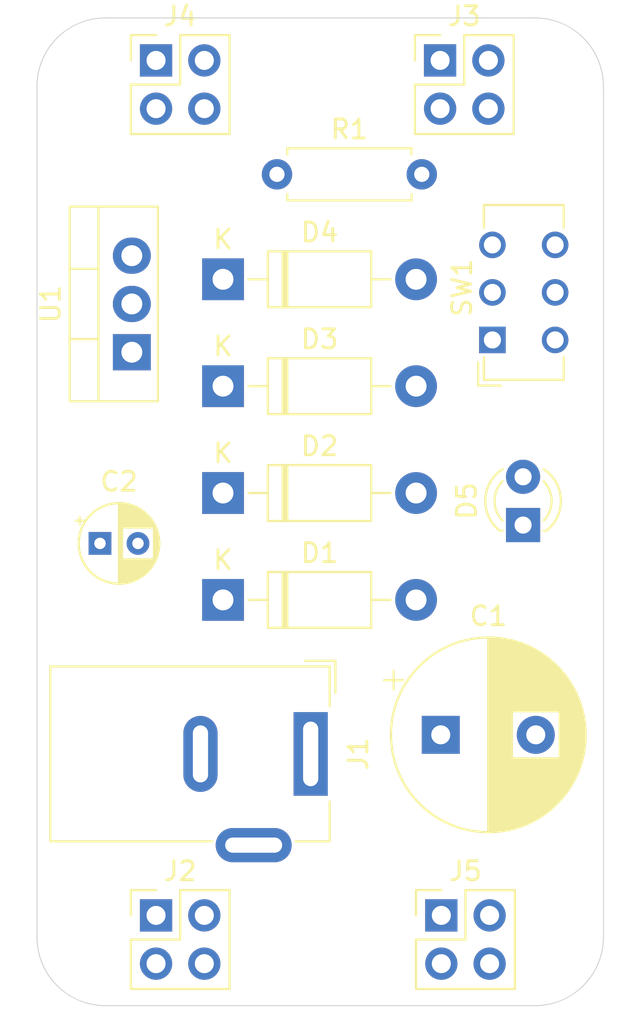
<source format=kicad_pcb>
(kicad_pcb (version 20171130) (host pcbnew "(5.1.4)-1")

  (general
    (thickness 1.6)
    (drawings 11)
    (tracks 0)
    (zones 0)
    (modules 15)
    (nets 10)
  )

  (page A4)
  (title_block
    (title "Breadboard 5V power supply ")
    (date 2021-12-01)
    (rev 2)
    (company TSL)
    (comment 1 "Tim Leishman")
  )

  (layers
    (0 F.Cu signal)
    (31 B.Cu signal)
    (32 B.Adhes user)
    (33 F.Adhes user)
    (34 B.Paste user)
    (35 F.Paste user)
    (36 B.SilkS user)
    (37 F.SilkS user)
    (38 B.Mask user)
    (39 F.Mask user)
    (40 Dwgs.User user)
    (41 Cmts.User user)
    (42 Eco1.User user)
    (43 Eco2.User user)
    (44 Edge.Cuts user)
    (45 Margin user)
    (46 B.CrtYd user)
    (47 F.CrtYd user)
    (48 B.Fab user)
    (49 F.Fab user)
  )

  (setup
    (last_trace_width 0.25)
    (user_trace_width 0.3)
    (trace_clearance 0.2)
    (zone_clearance 0.508)
    (zone_45_only no)
    (trace_min 0.2)
    (via_size 0.8)
    (via_drill 0.4)
    (via_min_size 0.4)
    (via_min_drill 0.3)
    (user_via 1 0.5)
    (uvia_size 0.3)
    (uvia_drill 0.1)
    (uvias_allowed no)
    (uvia_min_size 0.2)
    (uvia_min_drill 0.1)
    (edge_width 0.05)
    (segment_width 0.2)
    (pcb_text_width 0.3)
    (pcb_text_size 1.5 1.5)
    (mod_edge_width 0.12)
    (mod_text_size 1 1)
    (mod_text_width 0.15)
    (pad_size 1.524 1.524)
    (pad_drill 0.762)
    (pad_to_mask_clearance 0.051)
    (solder_mask_min_width 0.25)
    (aux_axis_origin 0 0)
    (visible_elements FFFFFF7F)
    (pcbplotparams
      (layerselection 0x010fc_ffffffff)
      (usegerberextensions false)
      (usegerberattributes false)
      (usegerberadvancedattributes false)
      (creategerberjobfile false)
      (excludeedgelayer true)
      (linewidth 0.100000)
      (plotframeref false)
      (viasonmask false)
      (mode 1)
      (useauxorigin false)
      (hpglpennumber 1)
      (hpglpenspeed 20)
      (hpglpendiameter 15.000000)
      (psnegative false)
      (psa4output false)
      (plotreference true)
      (plotvalue true)
      (plotinvisibletext false)
      (padsonsilk false)
      (subtractmaskfromsilk false)
      (outputformat 1)
      (mirror false)
      (drillshape 1)
      (scaleselection 1)
      (outputdirectory ""))
  )

  (net 0 "")
  (net 1 /Vin)
  (net 2 /Gnd)
  (net 3 /5V)
  (net 4 "Net-(D1-Pad2)")
  (net 5 "Net-(D3-Pad2)")
  (net 6 "Net-(D5-Pad1)")
  (net 7 /5V-out)
  (net 8 "Net-(J1-Pad3)")
  (net 9 "Net-(SW1-Pad1)")

  (net_class Default "This is the default net class."
    (clearance 0.2)
    (trace_width 0.25)
    (via_dia 0.8)
    (via_drill 0.4)
    (uvia_dia 0.3)
    (uvia_drill 0.1)
    (add_net /5V)
    (add_net /5V-out)
    (add_net /Gnd)
    (add_net /Vin)
    (add_net "Net-(D1-Pad2)")
    (add_net "Net-(D3-Pad2)")
    (add_net "Net-(D5-Pad1)")
    (add_net "Net-(J1-Pad3)")
    (add_net "Net-(SW1-Pad1)")
  )

  (net_class Power ""
    (clearance 0.3)
    (trace_width 0.3)
    (via_dia 1)
    (via_drill 0.5)
    (uvia_dia 0.3)
    (uvia_drill 0.1)
  )

  (module Capacitor_THT:CP_Radial_D10.0mm_P5.00mm (layer F.Cu) (tedit 5AE50EF1) (tstamp 61A82A8E)
    (at 162.3695 109.7915)
    (descr "CP, Radial series, Radial, pin pitch=5.00mm, , diameter=10mm, Electrolytic Capacitor")
    (tags "CP Radial series Radial pin pitch 5.00mm  diameter 10mm Electrolytic Capacitor")
    (path /61B3AA97)
    (fp_text reference C1 (at 2.5 -6.25) (layer F.SilkS)
      (effects (font (size 1 1) (thickness 0.15)))
    )
    (fp_text value 470µF (at 2.5 6.25) (layer F.Fab)
      (effects (font (size 1 1) (thickness 0.15)))
    )
    (fp_circle (center 2.5 0) (end 7.5 0) (layer F.Fab) (width 0.1))
    (fp_circle (center 2.5 0) (end 7.62 0) (layer F.SilkS) (width 0.12))
    (fp_circle (center 2.5 0) (end 7.75 0) (layer F.CrtYd) (width 0.05))
    (fp_line (start -1.788861 -2.1875) (end -0.788861 -2.1875) (layer F.Fab) (width 0.1))
    (fp_line (start -1.288861 -2.6875) (end -1.288861 -1.6875) (layer F.Fab) (width 0.1))
    (fp_line (start 2.5 -5.08) (end 2.5 5.08) (layer F.SilkS) (width 0.12))
    (fp_line (start 2.54 -5.08) (end 2.54 5.08) (layer F.SilkS) (width 0.12))
    (fp_line (start 2.58 -5.08) (end 2.58 5.08) (layer F.SilkS) (width 0.12))
    (fp_line (start 2.62 -5.079) (end 2.62 5.079) (layer F.SilkS) (width 0.12))
    (fp_line (start 2.66 -5.078) (end 2.66 5.078) (layer F.SilkS) (width 0.12))
    (fp_line (start 2.7 -5.077) (end 2.7 5.077) (layer F.SilkS) (width 0.12))
    (fp_line (start 2.74 -5.075) (end 2.74 5.075) (layer F.SilkS) (width 0.12))
    (fp_line (start 2.78 -5.073) (end 2.78 5.073) (layer F.SilkS) (width 0.12))
    (fp_line (start 2.82 -5.07) (end 2.82 5.07) (layer F.SilkS) (width 0.12))
    (fp_line (start 2.86 -5.068) (end 2.86 5.068) (layer F.SilkS) (width 0.12))
    (fp_line (start 2.9 -5.065) (end 2.9 5.065) (layer F.SilkS) (width 0.12))
    (fp_line (start 2.94 -5.062) (end 2.94 5.062) (layer F.SilkS) (width 0.12))
    (fp_line (start 2.98 -5.058) (end 2.98 5.058) (layer F.SilkS) (width 0.12))
    (fp_line (start 3.02 -5.054) (end 3.02 5.054) (layer F.SilkS) (width 0.12))
    (fp_line (start 3.06 -5.05) (end 3.06 5.05) (layer F.SilkS) (width 0.12))
    (fp_line (start 3.1 -5.045) (end 3.1 5.045) (layer F.SilkS) (width 0.12))
    (fp_line (start 3.14 -5.04) (end 3.14 5.04) (layer F.SilkS) (width 0.12))
    (fp_line (start 3.18 -5.035) (end 3.18 5.035) (layer F.SilkS) (width 0.12))
    (fp_line (start 3.221 -5.03) (end 3.221 5.03) (layer F.SilkS) (width 0.12))
    (fp_line (start 3.261 -5.024) (end 3.261 5.024) (layer F.SilkS) (width 0.12))
    (fp_line (start 3.301 -5.018) (end 3.301 5.018) (layer F.SilkS) (width 0.12))
    (fp_line (start 3.341 -5.011) (end 3.341 5.011) (layer F.SilkS) (width 0.12))
    (fp_line (start 3.381 -5.004) (end 3.381 5.004) (layer F.SilkS) (width 0.12))
    (fp_line (start 3.421 -4.997) (end 3.421 4.997) (layer F.SilkS) (width 0.12))
    (fp_line (start 3.461 -4.99) (end 3.461 4.99) (layer F.SilkS) (width 0.12))
    (fp_line (start 3.501 -4.982) (end 3.501 4.982) (layer F.SilkS) (width 0.12))
    (fp_line (start 3.541 -4.974) (end 3.541 4.974) (layer F.SilkS) (width 0.12))
    (fp_line (start 3.581 -4.965) (end 3.581 4.965) (layer F.SilkS) (width 0.12))
    (fp_line (start 3.621 -4.956) (end 3.621 4.956) (layer F.SilkS) (width 0.12))
    (fp_line (start 3.661 -4.947) (end 3.661 4.947) (layer F.SilkS) (width 0.12))
    (fp_line (start 3.701 -4.938) (end 3.701 4.938) (layer F.SilkS) (width 0.12))
    (fp_line (start 3.741 -4.928) (end 3.741 4.928) (layer F.SilkS) (width 0.12))
    (fp_line (start 3.781 -4.918) (end 3.781 -1.241) (layer F.SilkS) (width 0.12))
    (fp_line (start 3.781 1.241) (end 3.781 4.918) (layer F.SilkS) (width 0.12))
    (fp_line (start 3.821 -4.907) (end 3.821 -1.241) (layer F.SilkS) (width 0.12))
    (fp_line (start 3.821 1.241) (end 3.821 4.907) (layer F.SilkS) (width 0.12))
    (fp_line (start 3.861 -4.897) (end 3.861 -1.241) (layer F.SilkS) (width 0.12))
    (fp_line (start 3.861 1.241) (end 3.861 4.897) (layer F.SilkS) (width 0.12))
    (fp_line (start 3.901 -4.885) (end 3.901 -1.241) (layer F.SilkS) (width 0.12))
    (fp_line (start 3.901 1.241) (end 3.901 4.885) (layer F.SilkS) (width 0.12))
    (fp_line (start 3.941 -4.874) (end 3.941 -1.241) (layer F.SilkS) (width 0.12))
    (fp_line (start 3.941 1.241) (end 3.941 4.874) (layer F.SilkS) (width 0.12))
    (fp_line (start 3.981 -4.862) (end 3.981 -1.241) (layer F.SilkS) (width 0.12))
    (fp_line (start 3.981 1.241) (end 3.981 4.862) (layer F.SilkS) (width 0.12))
    (fp_line (start 4.021 -4.85) (end 4.021 -1.241) (layer F.SilkS) (width 0.12))
    (fp_line (start 4.021 1.241) (end 4.021 4.85) (layer F.SilkS) (width 0.12))
    (fp_line (start 4.061 -4.837) (end 4.061 -1.241) (layer F.SilkS) (width 0.12))
    (fp_line (start 4.061 1.241) (end 4.061 4.837) (layer F.SilkS) (width 0.12))
    (fp_line (start 4.101 -4.824) (end 4.101 -1.241) (layer F.SilkS) (width 0.12))
    (fp_line (start 4.101 1.241) (end 4.101 4.824) (layer F.SilkS) (width 0.12))
    (fp_line (start 4.141 -4.811) (end 4.141 -1.241) (layer F.SilkS) (width 0.12))
    (fp_line (start 4.141 1.241) (end 4.141 4.811) (layer F.SilkS) (width 0.12))
    (fp_line (start 4.181 -4.797) (end 4.181 -1.241) (layer F.SilkS) (width 0.12))
    (fp_line (start 4.181 1.241) (end 4.181 4.797) (layer F.SilkS) (width 0.12))
    (fp_line (start 4.221 -4.783) (end 4.221 -1.241) (layer F.SilkS) (width 0.12))
    (fp_line (start 4.221 1.241) (end 4.221 4.783) (layer F.SilkS) (width 0.12))
    (fp_line (start 4.261 -4.768) (end 4.261 -1.241) (layer F.SilkS) (width 0.12))
    (fp_line (start 4.261 1.241) (end 4.261 4.768) (layer F.SilkS) (width 0.12))
    (fp_line (start 4.301 -4.754) (end 4.301 -1.241) (layer F.SilkS) (width 0.12))
    (fp_line (start 4.301 1.241) (end 4.301 4.754) (layer F.SilkS) (width 0.12))
    (fp_line (start 4.341 -4.738) (end 4.341 -1.241) (layer F.SilkS) (width 0.12))
    (fp_line (start 4.341 1.241) (end 4.341 4.738) (layer F.SilkS) (width 0.12))
    (fp_line (start 4.381 -4.723) (end 4.381 -1.241) (layer F.SilkS) (width 0.12))
    (fp_line (start 4.381 1.241) (end 4.381 4.723) (layer F.SilkS) (width 0.12))
    (fp_line (start 4.421 -4.707) (end 4.421 -1.241) (layer F.SilkS) (width 0.12))
    (fp_line (start 4.421 1.241) (end 4.421 4.707) (layer F.SilkS) (width 0.12))
    (fp_line (start 4.461 -4.69) (end 4.461 -1.241) (layer F.SilkS) (width 0.12))
    (fp_line (start 4.461 1.241) (end 4.461 4.69) (layer F.SilkS) (width 0.12))
    (fp_line (start 4.501 -4.674) (end 4.501 -1.241) (layer F.SilkS) (width 0.12))
    (fp_line (start 4.501 1.241) (end 4.501 4.674) (layer F.SilkS) (width 0.12))
    (fp_line (start 4.541 -4.657) (end 4.541 -1.241) (layer F.SilkS) (width 0.12))
    (fp_line (start 4.541 1.241) (end 4.541 4.657) (layer F.SilkS) (width 0.12))
    (fp_line (start 4.581 -4.639) (end 4.581 -1.241) (layer F.SilkS) (width 0.12))
    (fp_line (start 4.581 1.241) (end 4.581 4.639) (layer F.SilkS) (width 0.12))
    (fp_line (start 4.621 -4.621) (end 4.621 -1.241) (layer F.SilkS) (width 0.12))
    (fp_line (start 4.621 1.241) (end 4.621 4.621) (layer F.SilkS) (width 0.12))
    (fp_line (start 4.661 -4.603) (end 4.661 -1.241) (layer F.SilkS) (width 0.12))
    (fp_line (start 4.661 1.241) (end 4.661 4.603) (layer F.SilkS) (width 0.12))
    (fp_line (start 4.701 -4.584) (end 4.701 -1.241) (layer F.SilkS) (width 0.12))
    (fp_line (start 4.701 1.241) (end 4.701 4.584) (layer F.SilkS) (width 0.12))
    (fp_line (start 4.741 -4.564) (end 4.741 -1.241) (layer F.SilkS) (width 0.12))
    (fp_line (start 4.741 1.241) (end 4.741 4.564) (layer F.SilkS) (width 0.12))
    (fp_line (start 4.781 -4.545) (end 4.781 -1.241) (layer F.SilkS) (width 0.12))
    (fp_line (start 4.781 1.241) (end 4.781 4.545) (layer F.SilkS) (width 0.12))
    (fp_line (start 4.821 -4.525) (end 4.821 -1.241) (layer F.SilkS) (width 0.12))
    (fp_line (start 4.821 1.241) (end 4.821 4.525) (layer F.SilkS) (width 0.12))
    (fp_line (start 4.861 -4.504) (end 4.861 -1.241) (layer F.SilkS) (width 0.12))
    (fp_line (start 4.861 1.241) (end 4.861 4.504) (layer F.SilkS) (width 0.12))
    (fp_line (start 4.901 -4.483) (end 4.901 -1.241) (layer F.SilkS) (width 0.12))
    (fp_line (start 4.901 1.241) (end 4.901 4.483) (layer F.SilkS) (width 0.12))
    (fp_line (start 4.941 -4.462) (end 4.941 -1.241) (layer F.SilkS) (width 0.12))
    (fp_line (start 4.941 1.241) (end 4.941 4.462) (layer F.SilkS) (width 0.12))
    (fp_line (start 4.981 -4.44) (end 4.981 -1.241) (layer F.SilkS) (width 0.12))
    (fp_line (start 4.981 1.241) (end 4.981 4.44) (layer F.SilkS) (width 0.12))
    (fp_line (start 5.021 -4.417) (end 5.021 -1.241) (layer F.SilkS) (width 0.12))
    (fp_line (start 5.021 1.241) (end 5.021 4.417) (layer F.SilkS) (width 0.12))
    (fp_line (start 5.061 -4.395) (end 5.061 -1.241) (layer F.SilkS) (width 0.12))
    (fp_line (start 5.061 1.241) (end 5.061 4.395) (layer F.SilkS) (width 0.12))
    (fp_line (start 5.101 -4.371) (end 5.101 -1.241) (layer F.SilkS) (width 0.12))
    (fp_line (start 5.101 1.241) (end 5.101 4.371) (layer F.SilkS) (width 0.12))
    (fp_line (start 5.141 -4.347) (end 5.141 -1.241) (layer F.SilkS) (width 0.12))
    (fp_line (start 5.141 1.241) (end 5.141 4.347) (layer F.SilkS) (width 0.12))
    (fp_line (start 5.181 -4.323) (end 5.181 -1.241) (layer F.SilkS) (width 0.12))
    (fp_line (start 5.181 1.241) (end 5.181 4.323) (layer F.SilkS) (width 0.12))
    (fp_line (start 5.221 -4.298) (end 5.221 -1.241) (layer F.SilkS) (width 0.12))
    (fp_line (start 5.221 1.241) (end 5.221 4.298) (layer F.SilkS) (width 0.12))
    (fp_line (start 5.261 -4.273) (end 5.261 -1.241) (layer F.SilkS) (width 0.12))
    (fp_line (start 5.261 1.241) (end 5.261 4.273) (layer F.SilkS) (width 0.12))
    (fp_line (start 5.301 -4.247) (end 5.301 -1.241) (layer F.SilkS) (width 0.12))
    (fp_line (start 5.301 1.241) (end 5.301 4.247) (layer F.SilkS) (width 0.12))
    (fp_line (start 5.341 -4.221) (end 5.341 -1.241) (layer F.SilkS) (width 0.12))
    (fp_line (start 5.341 1.241) (end 5.341 4.221) (layer F.SilkS) (width 0.12))
    (fp_line (start 5.381 -4.194) (end 5.381 -1.241) (layer F.SilkS) (width 0.12))
    (fp_line (start 5.381 1.241) (end 5.381 4.194) (layer F.SilkS) (width 0.12))
    (fp_line (start 5.421 -4.166) (end 5.421 -1.241) (layer F.SilkS) (width 0.12))
    (fp_line (start 5.421 1.241) (end 5.421 4.166) (layer F.SilkS) (width 0.12))
    (fp_line (start 5.461 -4.138) (end 5.461 -1.241) (layer F.SilkS) (width 0.12))
    (fp_line (start 5.461 1.241) (end 5.461 4.138) (layer F.SilkS) (width 0.12))
    (fp_line (start 5.501 -4.11) (end 5.501 -1.241) (layer F.SilkS) (width 0.12))
    (fp_line (start 5.501 1.241) (end 5.501 4.11) (layer F.SilkS) (width 0.12))
    (fp_line (start 5.541 -4.08) (end 5.541 -1.241) (layer F.SilkS) (width 0.12))
    (fp_line (start 5.541 1.241) (end 5.541 4.08) (layer F.SilkS) (width 0.12))
    (fp_line (start 5.581 -4.05) (end 5.581 -1.241) (layer F.SilkS) (width 0.12))
    (fp_line (start 5.581 1.241) (end 5.581 4.05) (layer F.SilkS) (width 0.12))
    (fp_line (start 5.621 -4.02) (end 5.621 -1.241) (layer F.SilkS) (width 0.12))
    (fp_line (start 5.621 1.241) (end 5.621 4.02) (layer F.SilkS) (width 0.12))
    (fp_line (start 5.661 -3.989) (end 5.661 -1.241) (layer F.SilkS) (width 0.12))
    (fp_line (start 5.661 1.241) (end 5.661 3.989) (layer F.SilkS) (width 0.12))
    (fp_line (start 5.701 -3.957) (end 5.701 -1.241) (layer F.SilkS) (width 0.12))
    (fp_line (start 5.701 1.241) (end 5.701 3.957) (layer F.SilkS) (width 0.12))
    (fp_line (start 5.741 -3.925) (end 5.741 -1.241) (layer F.SilkS) (width 0.12))
    (fp_line (start 5.741 1.241) (end 5.741 3.925) (layer F.SilkS) (width 0.12))
    (fp_line (start 5.781 -3.892) (end 5.781 -1.241) (layer F.SilkS) (width 0.12))
    (fp_line (start 5.781 1.241) (end 5.781 3.892) (layer F.SilkS) (width 0.12))
    (fp_line (start 5.821 -3.858) (end 5.821 -1.241) (layer F.SilkS) (width 0.12))
    (fp_line (start 5.821 1.241) (end 5.821 3.858) (layer F.SilkS) (width 0.12))
    (fp_line (start 5.861 -3.824) (end 5.861 -1.241) (layer F.SilkS) (width 0.12))
    (fp_line (start 5.861 1.241) (end 5.861 3.824) (layer F.SilkS) (width 0.12))
    (fp_line (start 5.901 -3.789) (end 5.901 -1.241) (layer F.SilkS) (width 0.12))
    (fp_line (start 5.901 1.241) (end 5.901 3.789) (layer F.SilkS) (width 0.12))
    (fp_line (start 5.941 -3.753) (end 5.941 -1.241) (layer F.SilkS) (width 0.12))
    (fp_line (start 5.941 1.241) (end 5.941 3.753) (layer F.SilkS) (width 0.12))
    (fp_line (start 5.981 -3.716) (end 5.981 -1.241) (layer F.SilkS) (width 0.12))
    (fp_line (start 5.981 1.241) (end 5.981 3.716) (layer F.SilkS) (width 0.12))
    (fp_line (start 6.021 -3.679) (end 6.021 -1.241) (layer F.SilkS) (width 0.12))
    (fp_line (start 6.021 1.241) (end 6.021 3.679) (layer F.SilkS) (width 0.12))
    (fp_line (start 6.061 -3.64) (end 6.061 -1.241) (layer F.SilkS) (width 0.12))
    (fp_line (start 6.061 1.241) (end 6.061 3.64) (layer F.SilkS) (width 0.12))
    (fp_line (start 6.101 -3.601) (end 6.101 -1.241) (layer F.SilkS) (width 0.12))
    (fp_line (start 6.101 1.241) (end 6.101 3.601) (layer F.SilkS) (width 0.12))
    (fp_line (start 6.141 -3.561) (end 6.141 -1.241) (layer F.SilkS) (width 0.12))
    (fp_line (start 6.141 1.241) (end 6.141 3.561) (layer F.SilkS) (width 0.12))
    (fp_line (start 6.181 -3.52) (end 6.181 -1.241) (layer F.SilkS) (width 0.12))
    (fp_line (start 6.181 1.241) (end 6.181 3.52) (layer F.SilkS) (width 0.12))
    (fp_line (start 6.221 -3.478) (end 6.221 -1.241) (layer F.SilkS) (width 0.12))
    (fp_line (start 6.221 1.241) (end 6.221 3.478) (layer F.SilkS) (width 0.12))
    (fp_line (start 6.261 -3.436) (end 6.261 3.436) (layer F.SilkS) (width 0.12))
    (fp_line (start 6.301 -3.392) (end 6.301 3.392) (layer F.SilkS) (width 0.12))
    (fp_line (start 6.341 -3.347) (end 6.341 3.347) (layer F.SilkS) (width 0.12))
    (fp_line (start 6.381 -3.301) (end 6.381 3.301) (layer F.SilkS) (width 0.12))
    (fp_line (start 6.421 -3.254) (end 6.421 3.254) (layer F.SilkS) (width 0.12))
    (fp_line (start 6.461 -3.206) (end 6.461 3.206) (layer F.SilkS) (width 0.12))
    (fp_line (start 6.501 -3.156) (end 6.501 3.156) (layer F.SilkS) (width 0.12))
    (fp_line (start 6.541 -3.106) (end 6.541 3.106) (layer F.SilkS) (width 0.12))
    (fp_line (start 6.581 -3.054) (end 6.581 3.054) (layer F.SilkS) (width 0.12))
    (fp_line (start 6.621 -3) (end 6.621 3) (layer F.SilkS) (width 0.12))
    (fp_line (start 6.661 -2.945) (end 6.661 2.945) (layer F.SilkS) (width 0.12))
    (fp_line (start 6.701 -2.889) (end 6.701 2.889) (layer F.SilkS) (width 0.12))
    (fp_line (start 6.741 -2.83) (end 6.741 2.83) (layer F.SilkS) (width 0.12))
    (fp_line (start 6.781 -2.77) (end 6.781 2.77) (layer F.SilkS) (width 0.12))
    (fp_line (start 6.821 -2.709) (end 6.821 2.709) (layer F.SilkS) (width 0.12))
    (fp_line (start 6.861 -2.645) (end 6.861 2.645) (layer F.SilkS) (width 0.12))
    (fp_line (start 6.901 -2.579) (end 6.901 2.579) (layer F.SilkS) (width 0.12))
    (fp_line (start 6.941 -2.51) (end 6.941 2.51) (layer F.SilkS) (width 0.12))
    (fp_line (start 6.981 -2.439) (end 6.981 2.439) (layer F.SilkS) (width 0.12))
    (fp_line (start 7.021 -2.365) (end 7.021 2.365) (layer F.SilkS) (width 0.12))
    (fp_line (start 7.061 -2.289) (end 7.061 2.289) (layer F.SilkS) (width 0.12))
    (fp_line (start 7.101 -2.209) (end 7.101 2.209) (layer F.SilkS) (width 0.12))
    (fp_line (start 7.141 -2.125) (end 7.141 2.125) (layer F.SilkS) (width 0.12))
    (fp_line (start 7.181 -2.037) (end 7.181 2.037) (layer F.SilkS) (width 0.12))
    (fp_line (start 7.221 -1.944) (end 7.221 1.944) (layer F.SilkS) (width 0.12))
    (fp_line (start 7.261 -1.846) (end 7.261 1.846) (layer F.SilkS) (width 0.12))
    (fp_line (start 7.301 -1.742) (end 7.301 1.742) (layer F.SilkS) (width 0.12))
    (fp_line (start 7.341 -1.63) (end 7.341 1.63) (layer F.SilkS) (width 0.12))
    (fp_line (start 7.381 -1.51) (end 7.381 1.51) (layer F.SilkS) (width 0.12))
    (fp_line (start 7.421 -1.378) (end 7.421 1.378) (layer F.SilkS) (width 0.12))
    (fp_line (start 7.461 -1.23) (end 7.461 1.23) (layer F.SilkS) (width 0.12))
    (fp_line (start 7.501 -1.062) (end 7.501 1.062) (layer F.SilkS) (width 0.12))
    (fp_line (start 7.541 -0.862) (end 7.541 0.862) (layer F.SilkS) (width 0.12))
    (fp_line (start 7.581 -0.599) (end 7.581 0.599) (layer F.SilkS) (width 0.12))
    (fp_line (start -2.979646 -2.875) (end -1.979646 -2.875) (layer F.SilkS) (width 0.12))
    (fp_line (start -2.479646 -3.375) (end -2.479646 -2.375) (layer F.SilkS) (width 0.12))
    (fp_text user %R (at 2.5 0) (layer F.Fab)
      (effects (font (size 1 1) (thickness 0.15)))
    )
    (pad 1 thru_hole rect (at 0 0) (size 2 2) (drill 1) (layers *.Cu *.Mask)
      (net 1 /Vin))
    (pad 2 thru_hole circle (at 5 0) (size 2 2) (drill 1) (layers *.Cu *.Mask)
      (net 2 /Gnd))
    (model ${KISYS3DMOD}/Capacitor_THT.3dshapes/CP_Radial_D10.0mm_P5.00mm.wrl
      (at (xyz 0 0 0))
      (scale (xyz 1 1 1))
      (rotate (xyz 0 0 0))
    )
  )

  (module Capacitor_THT:CP_Radial_D4.0mm_P2.00mm (layer F.Cu) (tedit 5AE50EF0) (tstamp 61A82AFA)
    (at 144.4371 99.7204)
    (descr "CP, Radial series, Radial, pin pitch=2.00mm, , diameter=4mm, Electrolytic Capacitor")
    (tags "CP Radial series Radial pin pitch 2.00mm  diameter 4mm Electrolytic Capacitor")
    (path /61B3A046)
    (fp_text reference C2 (at 1 -3.25) (layer F.SilkS)
      (effects (font (size 1 1) (thickness 0.15)))
    )
    (fp_text value 47µF (at 1 3.25) (layer F.Fab)
      (effects (font (size 1 1) (thickness 0.15)))
    )
    (fp_circle (center 1 0) (end 3 0) (layer F.Fab) (width 0.1))
    (fp_circle (center 1 0) (end 3.12 0) (layer F.SilkS) (width 0.12))
    (fp_circle (center 1 0) (end 3.25 0) (layer F.CrtYd) (width 0.05))
    (fp_line (start -0.702554 -0.8675) (end -0.302554 -0.8675) (layer F.Fab) (width 0.1))
    (fp_line (start -0.502554 -1.0675) (end -0.502554 -0.6675) (layer F.Fab) (width 0.1))
    (fp_line (start 1 -2.08) (end 1 2.08) (layer F.SilkS) (width 0.12))
    (fp_line (start 1.04 -2.08) (end 1.04 2.08) (layer F.SilkS) (width 0.12))
    (fp_line (start 1.08 -2.079) (end 1.08 2.079) (layer F.SilkS) (width 0.12))
    (fp_line (start 1.12 -2.077) (end 1.12 2.077) (layer F.SilkS) (width 0.12))
    (fp_line (start 1.16 -2.074) (end 1.16 2.074) (layer F.SilkS) (width 0.12))
    (fp_line (start 1.2 -2.071) (end 1.2 -0.84) (layer F.SilkS) (width 0.12))
    (fp_line (start 1.2 0.84) (end 1.2 2.071) (layer F.SilkS) (width 0.12))
    (fp_line (start 1.24 -2.067) (end 1.24 -0.84) (layer F.SilkS) (width 0.12))
    (fp_line (start 1.24 0.84) (end 1.24 2.067) (layer F.SilkS) (width 0.12))
    (fp_line (start 1.28 -2.062) (end 1.28 -0.84) (layer F.SilkS) (width 0.12))
    (fp_line (start 1.28 0.84) (end 1.28 2.062) (layer F.SilkS) (width 0.12))
    (fp_line (start 1.32 -2.056) (end 1.32 -0.84) (layer F.SilkS) (width 0.12))
    (fp_line (start 1.32 0.84) (end 1.32 2.056) (layer F.SilkS) (width 0.12))
    (fp_line (start 1.36 -2.05) (end 1.36 -0.84) (layer F.SilkS) (width 0.12))
    (fp_line (start 1.36 0.84) (end 1.36 2.05) (layer F.SilkS) (width 0.12))
    (fp_line (start 1.4 -2.042) (end 1.4 -0.84) (layer F.SilkS) (width 0.12))
    (fp_line (start 1.4 0.84) (end 1.4 2.042) (layer F.SilkS) (width 0.12))
    (fp_line (start 1.44 -2.034) (end 1.44 -0.84) (layer F.SilkS) (width 0.12))
    (fp_line (start 1.44 0.84) (end 1.44 2.034) (layer F.SilkS) (width 0.12))
    (fp_line (start 1.48 -2.025) (end 1.48 -0.84) (layer F.SilkS) (width 0.12))
    (fp_line (start 1.48 0.84) (end 1.48 2.025) (layer F.SilkS) (width 0.12))
    (fp_line (start 1.52 -2.016) (end 1.52 -0.84) (layer F.SilkS) (width 0.12))
    (fp_line (start 1.52 0.84) (end 1.52 2.016) (layer F.SilkS) (width 0.12))
    (fp_line (start 1.56 -2.005) (end 1.56 -0.84) (layer F.SilkS) (width 0.12))
    (fp_line (start 1.56 0.84) (end 1.56 2.005) (layer F.SilkS) (width 0.12))
    (fp_line (start 1.6 -1.994) (end 1.6 -0.84) (layer F.SilkS) (width 0.12))
    (fp_line (start 1.6 0.84) (end 1.6 1.994) (layer F.SilkS) (width 0.12))
    (fp_line (start 1.64 -1.982) (end 1.64 -0.84) (layer F.SilkS) (width 0.12))
    (fp_line (start 1.64 0.84) (end 1.64 1.982) (layer F.SilkS) (width 0.12))
    (fp_line (start 1.68 -1.968) (end 1.68 -0.84) (layer F.SilkS) (width 0.12))
    (fp_line (start 1.68 0.84) (end 1.68 1.968) (layer F.SilkS) (width 0.12))
    (fp_line (start 1.721 -1.954) (end 1.721 -0.84) (layer F.SilkS) (width 0.12))
    (fp_line (start 1.721 0.84) (end 1.721 1.954) (layer F.SilkS) (width 0.12))
    (fp_line (start 1.761 -1.94) (end 1.761 -0.84) (layer F.SilkS) (width 0.12))
    (fp_line (start 1.761 0.84) (end 1.761 1.94) (layer F.SilkS) (width 0.12))
    (fp_line (start 1.801 -1.924) (end 1.801 -0.84) (layer F.SilkS) (width 0.12))
    (fp_line (start 1.801 0.84) (end 1.801 1.924) (layer F.SilkS) (width 0.12))
    (fp_line (start 1.841 -1.907) (end 1.841 -0.84) (layer F.SilkS) (width 0.12))
    (fp_line (start 1.841 0.84) (end 1.841 1.907) (layer F.SilkS) (width 0.12))
    (fp_line (start 1.881 -1.889) (end 1.881 -0.84) (layer F.SilkS) (width 0.12))
    (fp_line (start 1.881 0.84) (end 1.881 1.889) (layer F.SilkS) (width 0.12))
    (fp_line (start 1.921 -1.87) (end 1.921 -0.84) (layer F.SilkS) (width 0.12))
    (fp_line (start 1.921 0.84) (end 1.921 1.87) (layer F.SilkS) (width 0.12))
    (fp_line (start 1.961 -1.851) (end 1.961 -0.84) (layer F.SilkS) (width 0.12))
    (fp_line (start 1.961 0.84) (end 1.961 1.851) (layer F.SilkS) (width 0.12))
    (fp_line (start 2.001 -1.83) (end 2.001 -0.84) (layer F.SilkS) (width 0.12))
    (fp_line (start 2.001 0.84) (end 2.001 1.83) (layer F.SilkS) (width 0.12))
    (fp_line (start 2.041 -1.808) (end 2.041 -0.84) (layer F.SilkS) (width 0.12))
    (fp_line (start 2.041 0.84) (end 2.041 1.808) (layer F.SilkS) (width 0.12))
    (fp_line (start 2.081 -1.785) (end 2.081 -0.84) (layer F.SilkS) (width 0.12))
    (fp_line (start 2.081 0.84) (end 2.081 1.785) (layer F.SilkS) (width 0.12))
    (fp_line (start 2.121 -1.76) (end 2.121 -0.84) (layer F.SilkS) (width 0.12))
    (fp_line (start 2.121 0.84) (end 2.121 1.76) (layer F.SilkS) (width 0.12))
    (fp_line (start 2.161 -1.735) (end 2.161 -0.84) (layer F.SilkS) (width 0.12))
    (fp_line (start 2.161 0.84) (end 2.161 1.735) (layer F.SilkS) (width 0.12))
    (fp_line (start 2.201 -1.708) (end 2.201 -0.84) (layer F.SilkS) (width 0.12))
    (fp_line (start 2.201 0.84) (end 2.201 1.708) (layer F.SilkS) (width 0.12))
    (fp_line (start 2.241 -1.68) (end 2.241 -0.84) (layer F.SilkS) (width 0.12))
    (fp_line (start 2.241 0.84) (end 2.241 1.68) (layer F.SilkS) (width 0.12))
    (fp_line (start 2.281 -1.65) (end 2.281 -0.84) (layer F.SilkS) (width 0.12))
    (fp_line (start 2.281 0.84) (end 2.281 1.65) (layer F.SilkS) (width 0.12))
    (fp_line (start 2.321 -1.619) (end 2.321 -0.84) (layer F.SilkS) (width 0.12))
    (fp_line (start 2.321 0.84) (end 2.321 1.619) (layer F.SilkS) (width 0.12))
    (fp_line (start 2.361 -1.587) (end 2.361 -0.84) (layer F.SilkS) (width 0.12))
    (fp_line (start 2.361 0.84) (end 2.361 1.587) (layer F.SilkS) (width 0.12))
    (fp_line (start 2.401 -1.552) (end 2.401 -0.84) (layer F.SilkS) (width 0.12))
    (fp_line (start 2.401 0.84) (end 2.401 1.552) (layer F.SilkS) (width 0.12))
    (fp_line (start 2.441 -1.516) (end 2.441 -0.84) (layer F.SilkS) (width 0.12))
    (fp_line (start 2.441 0.84) (end 2.441 1.516) (layer F.SilkS) (width 0.12))
    (fp_line (start 2.481 -1.478) (end 2.481 -0.84) (layer F.SilkS) (width 0.12))
    (fp_line (start 2.481 0.84) (end 2.481 1.478) (layer F.SilkS) (width 0.12))
    (fp_line (start 2.521 -1.438) (end 2.521 -0.84) (layer F.SilkS) (width 0.12))
    (fp_line (start 2.521 0.84) (end 2.521 1.438) (layer F.SilkS) (width 0.12))
    (fp_line (start 2.561 -1.396) (end 2.561 -0.84) (layer F.SilkS) (width 0.12))
    (fp_line (start 2.561 0.84) (end 2.561 1.396) (layer F.SilkS) (width 0.12))
    (fp_line (start 2.601 -1.351) (end 2.601 -0.84) (layer F.SilkS) (width 0.12))
    (fp_line (start 2.601 0.84) (end 2.601 1.351) (layer F.SilkS) (width 0.12))
    (fp_line (start 2.641 -1.304) (end 2.641 -0.84) (layer F.SilkS) (width 0.12))
    (fp_line (start 2.641 0.84) (end 2.641 1.304) (layer F.SilkS) (width 0.12))
    (fp_line (start 2.681 -1.254) (end 2.681 -0.84) (layer F.SilkS) (width 0.12))
    (fp_line (start 2.681 0.84) (end 2.681 1.254) (layer F.SilkS) (width 0.12))
    (fp_line (start 2.721 -1.2) (end 2.721 -0.84) (layer F.SilkS) (width 0.12))
    (fp_line (start 2.721 0.84) (end 2.721 1.2) (layer F.SilkS) (width 0.12))
    (fp_line (start 2.761 -1.142) (end 2.761 -0.84) (layer F.SilkS) (width 0.12))
    (fp_line (start 2.761 0.84) (end 2.761 1.142) (layer F.SilkS) (width 0.12))
    (fp_line (start 2.801 -1.08) (end 2.801 -0.84) (layer F.SilkS) (width 0.12))
    (fp_line (start 2.801 0.84) (end 2.801 1.08) (layer F.SilkS) (width 0.12))
    (fp_line (start 2.841 -1.013) (end 2.841 1.013) (layer F.SilkS) (width 0.12))
    (fp_line (start 2.881 -0.94) (end 2.881 0.94) (layer F.SilkS) (width 0.12))
    (fp_line (start 2.921 -0.859) (end 2.921 0.859) (layer F.SilkS) (width 0.12))
    (fp_line (start 2.961 -0.768) (end 2.961 0.768) (layer F.SilkS) (width 0.12))
    (fp_line (start 3.001 -0.664) (end 3.001 0.664) (layer F.SilkS) (width 0.12))
    (fp_line (start 3.041 -0.537) (end 3.041 0.537) (layer F.SilkS) (width 0.12))
    (fp_line (start 3.081 -0.37) (end 3.081 0.37) (layer F.SilkS) (width 0.12))
    (fp_line (start -1.269801 -1.195) (end -0.869801 -1.195) (layer F.SilkS) (width 0.12))
    (fp_line (start -1.069801 -1.395) (end -1.069801 -0.995) (layer F.SilkS) (width 0.12))
    (fp_text user %R (at 1 0) (layer F.Fab)
      (effects (font (size 0.8 0.8) (thickness 0.12)))
    )
    (pad 1 thru_hole rect (at 0 0) (size 1.2 1.2) (drill 0.6) (layers *.Cu *.Mask)
      (net 3 /5V))
    (pad 2 thru_hole circle (at 2 0) (size 1.2 1.2) (drill 0.6) (layers *.Cu *.Mask)
      (net 2 /Gnd))
    (model ${KISYS3DMOD}/Capacitor_THT.3dshapes/CP_Radial_D4.0mm_P2.00mm.wrl
      (at (xyz 0 0 0))
      (scale (xyz 1 1 1))
      (rotate (xyz 0 0 0))
    )
  )

  (module Diode_THT:D_DO-41_SOD81_P10.16mm_Horizontal (layer F.Cu) (tedit 5AE50CD5) (tstamp 61A82B19)
    (at 150.911 102.6922)
    (descr "Diode, DO-41_SOD81 series, Axial, Horizontal, pin pitch=10.16mm, , length*diameter=5.2*2.7mm^2, , http://www.diodes.com/_files/packages/DO-41%20(Plastic).pdf")
    (tags "Diode DO-41_SOD81 series Axial Horizontal pin pitch 10.16mm  length 5.2mm diameter 2.7mm")
    (path /61B64779)
    (fp_text reference D1 (at 5.08 -2.47) (layer F.SilkS)
      (effects (font (size 1 1) (thickness 0.15)))
    )
    (fp_text value 1N4001 (at 5.08 2.47) (layer F.Fab)
      (effects (font (size 1 1) (thickness 0.15)))
    )
    (fp_line (start 2.48 -1.35) (end 2.48 1.35) (layer F.Fab) (width 0.1))
    (fp_line (start 2.48 1.35) (end 7.68 1.35) (layer F.Fab) (width 0.1))
    (fp_line (start 7.68 1.35) (end 7.68 -1.35) (layer F.Fab) (width 0.1))
    (fp_line (start 7.68 -1.35) (end 2.48 -1.35) (layer F.Fab) (width 0.1))
    (fp_line (start 0 0) (end 2.48 0) (layer F.Fab) (width 0.1))
    (fp_line (start 10.16 0) (end 7.68 0) (layer F.Fab) (width 0.1))
    (fp_line (start 3.26 -1.35) (end 3.26 1.35) (layer F.Fab) (width 0.1))
    (fp_line (start 3.36 -1.35) (end 3.36 1.35) (layer F.Fab) (width 0.1))
    (fp_line (start 3.16 -1.35) (end 3.16 1.35) (layer F.Fab) (width 0.1))
    (fp_line (start 2.36 -1.47) (end 2.36 1.47) (layer F.SilkS) (width 0.12))
    (fp_line (start 2.36 1.47) (end 7.8 1.47) (layer F.SilkS) (width 0.12))
    (fp_line (start 7.8 1.47) (end 7.8 -1.47) (layer F.SilkS) (width 0.12))
    (fp_line (start 7.8 -1.47) (end 2.36 -1.47) (layer F.SilkS) (width 0.12))
    (fp_line (start 1.34 0) (end 2.36 0) (layer F.SilkS) (width 0.12))
    (fp_line (start 8.82 0) (end 7.8 0) (layer F.SilkS) (width 0.12))
    (fp_line (start 3.26 -1.47) (end 3.26 1.47) (layer F.SilkS) (width 0.12))
    (fp_line (start 3.38 -1.47) (end 3.38 1.47) (layer F.SilkS) (width 0.12))
    (fp_line (start 3.14 -1.47) (end 3.14 1.47) (layer F.SilkS) (width 0.12))
    (fp_line (start -1.35 -1.6) (end -1.35 1.6) (layer F.CrtYd) (width 0.05))
    (fp_line (start -1.35 1.6) (end 11.51 1.6) (layer F.CrtYd) (width 0.05))
    (fp_line (start 11.51 1.6) (end 11.51 -1.6) (layer F.CrtYd) (width 0.05))
    (fp_line (start 11.51 -1.6) (end -1.35 -1.6) (layer F.CrtYd) (width 0.05))
    (fp_text user %R (at 5.4102 -0.127) (layer F.Fab)
      (effects (font (size 1 1) (thickness 0.15)))
    )
    (fp_text user K (at 0 -2.1) (layer F.Fab)
      (effects (font (size 1 1) (thickness 0.15)))
    )
    (fp_text user K (at 0 -2.1) (layer F.SilkS)
      (effects (font (size 1 1) (thickness 0.15)))
    )
    (pad 1 thru_hole rect (at 0 0) (size 2.2 2.2) (drill 1.1) (layers *.Cu *.Mask)
      (net 1 /Vin))
    (pad 2 thru_hole oval (at 10.16 0) (size 2.2 2.2) (drill 1.1) (layers *.Cu *.Mask)
      (net 4 "Net-(D1-Pad2)"))
    (model ${KISYS3DMOD}/Diode_THT.3dshapes/D_DO-41_SOD81_P10.16mm_Horizontal.wrl
      (at (xyz 0 0 0))
      (scale (xyz 1 1 1))
      (rotate (xyz 0 0 0))
    )
  )

  (module Diode_THT:D_DO-41_SOD81_P10.16mm_Horizontal (layer F.Cu) (tedit 5AE50CD5) (tstamp 61A82B38)
    (at 150.911 97.069675)
    (descr "Diode, DO-41_SOD81 series, Axial, Horizontal, pin pitch=10.16mm, , length*diameter=5.2*2.7mm^2, , http://www.diodes.com/_files/packages/DO-41%20(Plastic).pdf")
    (tags "Diode DO-41_SOD81 series Axial Horizontal pin pitch 10.16mm  length 5.2mm diameter 2.7mm")
    (path /61B6526D)
    (fp_text reference D2 (at 5.08 -2.47) (layer F.SilkS)
      (effects (font (size 1 1) (thickness 0.15)))
    )
    (fp_text value 1N4001 (at 5.08 2.47) (layer F.Fab)
      (effects (font (size 1 1) (thickness 0.15)))
    )
    (fp_text user K (at 0 -2.1) (layer F.SilkS)
      (effects (font (size 1 1) (thickness 0.15)))
    )
    (fp_text user K (at 0 -2.1) (layer F.Fab)
      (effects (font (size 1 1) (thickness 0.15)))
    )
    (fp_text user %R (at 5.47 0) (layer F.Fab)
      (effects (font (size 1 1) (thickness 0.15)))
    )
    (fp_line (start 11.51 -1.6) (end -1.35 -1.6) (layer F.CrtYd) (width 0.05))
    (fp_line (start 11.51 1.6) (end 11.51 -1.6) (layer F.CrtYd) (width 0.05))
    (fp_line (start -1.35 1.6) (end 11.51 1.6) (layer F.CrtYd) (width 0.05))
    (fp_line (start -1.35 -1.6) (end -1.35 1.6) (layer F.CrtYd) (width 0.05))
    (fp_line (start 3.14 -1.47) (end 3.14 1.47) (layer F.SilkS) (width 0.12))
    (fp_line (start 3.38 -1.47) (end 3.38 1.47) (layer F.SilkS) (width 0.12))
    (fp_line (start 3.26 -1.47) (end 3.26 1.47) (layer F.SilkS) (width 0.12))
    (fp_line (start 8.82 0) (end 7.8 0) (layer F.SilkS) (width 0.12))
    (fp_line (start 1.34 0) (end 2.36 0) (layer F.SilkS) (width 0.12))
    (fp_line (start 7.8 -1.47) (end 2.36 -1.47) (layer F.SilkS) (width 0.12))
    (fp_line (start 7.8 1.47) (end 7.8 -1.47) (layer F.SilkS) (width 0.12))
    (fp_line (start 2.36 1.47) (end 7.8 1.47) (layer F.SilkS) (width 0.12))
    (fp_line (start 2.36 -1.47) (end 2.36 1.47) (layer F.SilkS) (width 0.12))
    (fp_line (start 3.16 -1.35) (end 3.16 1.35) (layer F.Fab) (width 0.1))
    (fp_line (start 3.36 -1.35) (end 3.36 1.35) (layer F.Fab) (width 0.1))
    (fp_line (start 3.26 -1.35) (end 3.26 1.35) (layer F.Fab) (width 0.1))
    (fp_line (start 10.16 0) (end 7.68 0) (layer F.Fab) (width 0.1))
    (fp_line (start 0 0) (end 2.48 0) (layer F.Fab) (width 0.1))
    (fp_line (start 7.68 -1.35) (end 2.48 -1.35) (layer F.Fab) (width 0.1))
    (fp_line (start 7.68 1.35) (end 7.68 -1.35) (layer F.Fab) (width 0.1))
    (fp_line (start 2.48 1.35) (end 7.68 1.35) (layer F.Fab) (width 0.1))
    (fp_line (start 2.48 -1.35) (end 2.48 1.35) (layer F.Fab) (width 0.1))
    (pad 2 thru_hole oval (at 10.16 0) (size 2.2 2.2) (drill 1.1) (layers *.Cu *.Mask)
      (net 2 /Gnd))
    (pad 1 thru_hole rect (at 0 0) (size 2.2 2.2) (drill 1.1) (layers *.Cu *.Mask)
      (net 4 "Net-(D1-Pad2)"))
    (model ${KISYS3DMOD}/Diode_THT.3dshapes/D_DO-41_SOD81_P10.16mm_Horizontal.wrl
      (at (xyz 0 0 0))
      (scale (xyz 1 1 1))
      (rotate (xyz 0 0 0))
    )
  )

  (module Diode_THT:D_DO-41_SOD81_P10.16mm_Horizontal (layer F.Cu) (tedit 5AE50CD5) (tstamp 61A82B57)
    (at 150.911 91.44715)
    (descr "Diode, DO-41_SOD81 series, Axial, Horizontal, pin pitch=10.16mm, , length*diameter=5.2*2.7mm^2, , http://www.diodes.com/_files/packages/DO-41%20(Plastic).pdf")
    (tags "Diode DO-41_SOD81 series Axial Horizontal pin pitch 10.16mm  length 5.2mm diameter 2.7mm")
    (path /61B6570A)
    (fp_text reference D3 (at 5.08 -2.47) (layer F.SilkS)
      (effects (font (size 1 1) (thickness 0.15)))
    )
    (fp_text value 1N4001 (at 5.08 2.47) (layer F.Fab)
      (effects (font (size 1 1) (thickness 0.15)))
    )
    (fp_line (start 2.48 -1.35) (end 2.48 1.35) (layer F.Fab) (width 0.1))
    (fp_line (start 2.48 1.35) (end 7.68 1.35) (layer F.Fab) (width 0.1))
    (fp_line (start 7.68 1.35) (end 7.68 -1.35) (layer F.Fab) (width 0.1))
    (fp_line (start 7.68 -1.35) (end 2.48 -1.35) (layer F.Fab) (width 0.1))
    (fp_line (start 0 0) (end 2.48 0) (layer F.Fab) (width 0.1))
    (fp_line (start 10.16 0) (end 7.68 0) (layer F.Fab) (width 0.1))
    (fp_line (start 3.26 -1.35) (end 3.26 1.35) (layer F.Fab) (width 0.1))
    (fp_line (start 3.36 -1.35) (end 3.36 1.35) (layer F.Fab) (width 0.1))
    (fp_line (start 3.16 -1.35) (end 3.16 1.35) (layer F.Fab) (width 0.1))
    (fp_line (start 2.36 -1.47) (end 2.36 1.47) (layer F.SilkS) (width 0.12))
    (fp_line (start 2.36 1.47) (end 7.8 1.47) (layer F.SilkS) (width 0.12))
    (fp_line (start 7.8 1.47) (end 7.8 -1.47) (layer F.SilkS) (width 0.12))
    (fp_line (start 7.8 -1.47) (end 2.36 -1.47) (layer F.SilkS) (width 0.12))
    (fp_line (start 1.34 0) (end 2.36 0) (layer F.SilkS) (width 0.12))
    (fp_line (start 8.82 0) (end 7.8 0) (layer F.SilkS) (width 0.12))
    (fp_line (start 3.26 -1.47) (end 3.26 1.47) (layer F.SilkS) (width 0.12))
    (fp_line (start 3.38 -1.47) (end 3.38 1.47) (layer F.SilkS) (width 0.12))
    (fp_line (start 3.14 -1.47) (end 3.14 1.47) (layer F.SilkS) (width 0.12))
    (fp_line (start -1.35 -1.6) (end -1.35 1.6) (layer F.CrtYd) (width 0.05))
    (fp_line (start -1.35 1.6) (end 11.51 1.6) (layer F.CrtYd) (width 0.05))
    (fp_line (start 11.51 1.6) (end 11.51 -1.6) (layer F.CrtYd) (width 0.05))
    (fp_line (start 11.51 -1.6) (end -1.35 -1.6) (layer F.CrtYd) (width 0.05))
    (fp_text user %R (at 5.47 0) (layer F.Fab)
      (effects (font (size 1 1) (thickness 0.15)))
    )
    (fp_text user K (at 0 -2.1) (layer F.Fab)
      (effects (font (size 1 1) (thickness 0.15)))
    )
    (fp_text user K (at 0 -2.1) (layer F.SilkS)
      (effects (font (size 1 1) (thickness 0.15)))
    )
    (pad 1 thru_hole rect (at 0 0) (size 2.2 2.2) (drill 1.1) (layers *.Cu *.Mask)
      (net 1 /Vin))
    (pad 2 thru_hole oval (at 10.16 0) (size 2.2 2.2) (drill 1.1) (layers *.Cu *.Mask)
      (net 5 "Net-(D3-Pad2)"))
    (model ${KISYS3DMOD}/Diode_THT.3dshapes/D_DO-41_SOD81_P10.16mm_Horizontal.wrl
      (at (xyz 0 0 0))
      (scale (xyz 1 1 1))
      (rotate (xyz 0 0 0))
    )
  )

  (module Diode_THT:D_DO-41_SOD81_P10.16mm_Horizontal (layer F.Cu) (tedit 5AE50CD5) (tstamp 61A82B76)
    (at 150.911 85.824625)
    (descr "Diode, DO-41_SOD81 series, Axial, Horizontal, pin pitch=10.16mm, , length*diameter=5.2*2.7mm^2, , http://www.diodes.com/_files/packages/DO-41%20(Plastic).pdf")
    (tags "Diode DO-41_SOD81 series Axial Horizontal pin pitch 10.16mm  length 5.2mm diameter 2.7mm")
    (path /61B65C74)
    (fp_text reference D4 (at 5.08 -2.47) (layer F.SilkS)
      (effects (font (size 1 1) (thickness 0.15)))
    )
    (fp_text value 1N4001 (at 5.08 2.47) (layer F.Fab)
      (effects (font (size 1 1) (thickness 0.15)))
    )
    (fp_text user K (at 0 -2.1) (layer F.SilkS)
      (effects (font (size 1 1) (thickness 0.15)))
    )
    (fp_text user K (at 0 -2.1) (layer F.Fab)
      (effects (font (size 1 1) (thickness 0.15)))
    )
    (fp_text user %R (at 5.47 0) (layer F.Fab)
      (effects (font (size 1 1) (thickness 0.15)))
    )
    (fp_line (start 11.51 -1.6) (end -1.35 -1.6) (layer F.CrtYd) (width 0.05))
    (fp_line (start 11.51 1.6) (end 11.51 -1.6) (layer F.CrtYd) (width 0.05))
    (fp_line (start -1.35 1.6) (end 11.51 1.6) (layer F.CrtYd) (width 0.05))
    (fp_line (start -1.35 -1.6) (end -1.35 1.6) (layer F.CrtYd) (width 0.05))
    (fp_line (start 3.14 -1.47) (end 3.14 1.47) (layer F.SilkS) (width 0.12))
    (fp_line (start 3.38 -1.47) (end 3.38 1.47) (layer F.SilkS) (width 0.12))
    (fp_line (start 3.26 -1.47) (end 3.26 1.47) (layer F.SilkS) (width 0.12))
    (fp_line (start 8.82 0) (end 7.8 0) (layer F.SilkS) (width 0.12))
    (fp_line (start 1.34 0) (end 2.36 0) (layer F.SilkS) (width 0.12))
    (fp_line (start 7.8 -1.47) (end 2.36 -1.47) (layer F.SilkS) (width 0.12))
    (fp_line (start 7.8 1.47) (end 7.8 -1.47) (layer F.SilkS) (width 0.12))
    (fp_line (start 2.36 1.47) (end 7.8 1.47) (layer F.SilkS) (width 0.12))
    (fp_line (start 2.36 -1.47) (end 2.36 1.47) (layer F.SilkS) (width 0.12))
    (fp_line (start 3.16 -1.35) (end 3.16 1.35) (layer F.Fab) (width 0.1))
    (fp_line (start 3.36 -1.35) (end 3.36 1.35) (layer F.Fab) (width 0.1))
    (fp_line (start 3.26 -1.35) (end 3.26 1.35) (layer F.Fab) (width 0.1))
    (fp_line (start 10.16 0) (end 7.68 0) (layer F.Fab) (width 0.1))
    (fp_line (start 0 0) (end 2.48 0) (layer F.Fab) (width 0.1))
    (fp_line (start 7.68 -1.35) (end 2.48 -1.35) (layer F.Fab) (width 0.1))
    (fp_line (start 7.68 1.35) (end 7.68 -1.35) (layer F.Fab) (width 0.1))
    (fp_line (start 2.48 1.35) (end 7.68 1.35) (layer F.Fab) (width 0.1))
    (fp_line (start 2.48 -1.35) (end 2.48 1.35) (layer F.Fab) (width 0.1))
    (pad 2 thru_hole oval (at 10.16 0) (size 2.2 2.2) (drill 1.1) (layers *.Cu *.Mask)
      (net 2 /Gnd))
    (pad 1 thru_hole rect (at 0 0) (size 2.2 2.2) (drill 1.1) (layers *.Cu *.Mask)
      (net 5 "Net-(D3-Pad2)"))
    (model ${KISYS3DMOD}/Diode_THT.3dshapes/D_DO-41_SOD81_P10.16mm_Horizontal.wrl
      (at (xyz 0 0 0))
      (scale (xyz 1 1 1))
      (rotate (xyz 0 0 0))
    )
  )

  (module LED_THT:LED_D3.0mm (layer F.Cu) (tedit 587A3A7B) (tstamp 61A82B89)
    (at 166.7002 98.7552 90)
    (descr "LED, diameter 3.0mm, 2 pins")
    (tags "LED diameter 3.0mm 2 pins")
    (path /61B42694)
    (fp_text reference D5 (at 1.27 -2.96 90) (layer F.SilkS)
      (effects (font (size 1 1) (thickness 0.15)))
    )
    (fp_text value LED_GRN (at 1.27 2.96 90) (layer F.Fab)
      (effects (font (size 1 1) (thickness 0.15)))
    )
    (fp_arc (start 1.27 0) (end -0.23 -1.16619) (angle 284.3) (layer F.Fab) (width 0.1))
    (fp_arc (start 1.27 0) (end -0.29 -1.235516) (angle 108.8) (layer F.SilkS) (width 0.12))
    (fp_arc (start 1.27 0) (end -0.29 1.235516) (angle -108.8) (layer F.SilkS) (width 0.12))
    (fp_arc (start 1.27 0) (end 0.229039 -1.08) (angle 87.9) (layer F.SilkS) (width 0.12))
    (fp_arc (start 1.27 0) (end 0.229039 1.08) (angle -87.9) (layer F.SilkS) (width 0.12))
    (fp_circle (center 1.27 0) (end 2.77 0) (layer F.Fab) (width 0.1))
    (fp_line (start -0.23 -1.16619) (end -0.23 1.16619) (layer F.Fab) (width 0.1))
    (fp_line (start -0.29 -1.236) (end -0.29 -1.08) (layer F.SilkS) (width 0.12))
    (fp_line (start -0.29 1.08) (end -0.29 1.236) (layer F.SilkS) (width 0.12))
    (fp_line (start -1.15 -2.25) (end -1.15 2.25) (layer F.CrtYd) (width 0.05))
    (fp_line (start -1.15 2.25) (end 3.7 2.25) (layer F.CrtYd) (width 0.05))
    (fp_line (start 3.7 2.25) (end 3.7 -2.25) (layer F.CrtYd) (width 0.05))
    (fp_line (start 3.7 -2.25) (end -1.15 -2.25) (layer F.CrtYd) (width 0.05))
    (pad 1 thru_hole rect (at 0 0 90) (size 1.8 1.8) (drill 0.9) (layers *.Cu *.Mask)
      (net 6 "Net-(D5-Pad1)"))
    (pad 2 thru_hole circle (at 2.54 0 90) (size 1.8 1.8) (drill 0.9) (layers *.Cu *.Mask)
      (net 7 /5V-out))
    (model ${KISYS3DMOD}/LED_THT.3dshapes/LED_D3.0mm.wrl
      (at (xyz 0 0 0))
      (scale (xyz 1 1 1))
      (rotate (xyz 0 0 0))
    )
  )

  (module Connector_BarrelJack:BarrelJack_Wuerth_6941xx301002 (layer F.Cu) (tedit 5B191DE1) (tstamp 61A82BA6)
    (at 155.5242 110.7948 270)
    (descr "Wuerth electronics barrel jack connector (5.5mm outher diameter, inner diameter 2.05mm or 2.55mm depending on exact order number), See: http://katalog.we-online.de/em/datasheet/6941xx301002.pdf")
    (tags "connector barrel jack")
    (path /61B4E192)
    (fp_text reference J1 (at 0 -2.5 90) (layer F.SilkS)
      (effects (font (size 1 1) (thickness 0.15)))
    )
    (fp_text value Barrel_Jack_Switch_MountingPin (at 0 15.5 90) (layer F.Fab)
      (effects (font (size 1 1) (thickness 0.15)))
    )
    (fp_line (start 5 14.1) (end 5 5.5) (layer F.CrtYd) (width 0.05))
    (fp_line (start 4.6 5.2) (end 4.6 13.7) (layer F.SilkS) (width 0.12))
    (fp_line (start -4.5 0.1) (end -3.5 -0.9) (layer F.Fab) (width 0.1))
    (fp_line (start 4.5 -0.9) (end -3.5 -0.9) (layer F.Fab) (width 0.1))
    (fp_line (start 4.5 -0.9) (end 4.5 13.6) (layer F.Fab) (width 0.1))
    (fp_line (start 4.5 13.6) (end -4.5 13.6) (layer F.Fab) (width 0.1))
    (fp_line (start -4.5 13.6) (end -4.5 0.1) (layer F.Fab) (width 0.1))
    (fp_text user %R (at 0 7.5 90) (layer F.Fab)
      (effects (font (size 1 1) (thickness 0.15)))
    )
    (fp_line (start 4.6 13.7) (end -4.6 13.7) (layer F.SilkS) (width 0.12))
    (fp_line (start -4.6 13.7) (end -4.6 -1) (layer F.SilkS) (width 0.12))
    (fp_line (start 2.5 -1) (end 4.6 -1) (layer F.SilkS) (width 0.12))
    (fp_line (start 4.6 -1) (end 4.6 0.8) (layer F.SilkS) (width 0.12))
    (fp_line (start -3.2 -1.3) (end -4.9 -1.3) (layer F.SilkS) (width 0.12))
    (fp_line (start -4.9 -1.3) (end -4.9 0.3) (layer F.SilkS) (width 0.12))
    (fp_line (start 5 -1.4) (end -5 -1.4) (layer F.CrtYd) (width 0.05))
    (fp_line (start -5 -1.4) (end -5 14.1) (layer F.CrtYd) (width 0.05))
    (fp_line (start -5 14.1) (end 5 14.1) (layer F.CrtYd) (width 0.05))
    (fp_line (start 5 0.5) (end 5 -1.4) (layer F.CrtYd) (width 0.05))
    (fp_line (start 6.2 0.5) (end 6.2 5.5) (layer F.CrtYd) (width 0.05))
    (fp_line (start 6.2 5.5) (end 5 5.5) (layer F.CrtYd) (width 0.05))
    (fp_line (start 6.2 0.5) (end 5 0.5) (layer F.CrtYd) (width 0.05))
    (fp_line (start -4.6 -1) (end -2.5 -1) (layer F.SilkS) (width 0.12))
    (pad 3 thru_hole oval (at 4.8 3) (size 4 1.8) (drill oval 3 0.8) (layers *.Cu *.Mask)
      (net 8 "Net-(J1-Pad3)"))
    (pad 2 thru_hole oval (at 0 5.8 270) (size 4 1.8) (drill oval 3 0.8) (layers *.Cu *.Mask)
      (net 5 "Net-(D3-Pad2)"))
    (pad 1 thru_hole rect (at 0 0 270) (size 4.4 1.8) (drill oval 3.4 0.8) (layers *.Cu *.Mask)
      (net 4 "Net-(D1-Pad2)"))
    (model ${KISYS3DMOD}/Connector_BarrelJack.3dshapes/BarrelJack_Wuerth_6941xx301002.wrl
      (at (xyz 0 0 0))
      (scale (xyz 1 1 1))
      (rotate (xyz 0 0 0))
    )
  )

  (module Connector_PinHeader_2.54mm:PinHeader_2x02_P2.54mm_Vertical locked (layer F.Cu) (tedit 59FED5CC) (tstamp 61A82BC0)
    (at 147.3875 119.2911)
    (descr "Through hole straight pin header, 2x02, 2.54mm pitch, double rows")
    (tags "Through hole pin header THT 2x02 2.54mm double row")
    (path /61B4BBCD)
    (fp_text reference J2 (at 1.27 -2.33) (layer F.SilkS)
      (effects (font (size 1 1) (thickness 0.15)))
    )
    (fp_text value Conn_02x02_Odd_Even (at 1.27 4.87) (layer F.Fab)
      (effects (font (size 1 1) (thickness 0.15)))
    )
    (fp_line (start 0 -1.27) (end 3.81 -1.27) (layer F.Fab) (width 0.1))
    (fp_line (start 3.81 -1.27) (end 3.81 3.81) (layer F.Fab) (width 0.1))
    (fp_line (start 3.81 3.81) (end -1.27 3.81) (layer F.Fab) (width 0.1))
    (fp_line (start -1.27 3.81) (end -1.27 0) (layer F.Fab) (width 0.1))
    (fp_line (start -1.27 0) (end 0 -1.27) (layer F.Fab) (width 0.1))
    (fp_line (start -1.33 3.87) (end 3.87 3.87) (layer F.SilkS) (width 0.12))
    (fp_line (start -1.33 1.27) (end -1.33 3.87) (layer F.SilkS) (width 0.12))
    (fp_line (start 3.87 -1.33) (end 3.87 3.87) (layer F.SilkS) (width 0.12))
    (fp_line (start -1.33 1.27) (end 1.27 1.27) (layer F.SilkS) (width 0.12))
    (fp_line (start 1.27 1.27) (end 1.27 -1.33) (layer F.SilkS) (width 0.12))
    (fp_line (start 1.27 -1.33) (end 3.87 -1.33) (layer F.SilkS) (width 0.12))
    (fp_line (start -1.33 0) (end -1.33 -1.33) (layer F.SilkS) (width 0.12))
    (fp_line (start -1.33 -1.33) (end 0 -1.33) (layer F.SilkS) (width 0.12))
    (fp_line (start -1.8 -1.8) (end -1.8 4.35) (layer F.CrtYd) (width 0.05))
    (fp_line (start -1.8 4.35) (end 4.35 4.35) (layer F.CrtYd) (width 0.05))
    (fp_line (start 4.35 4.35) (end 4.35 -1.8) (layer F.CrtYd) (width 0.05))
    (fp_line (start 4.35 -1.8) (end -1.8 -1.8) (layer F.CrtYd) (width 0.05))
    (fp_text user %R (at 1.27 1.27 90) (layer F.Fab)
      (effects (font (size 1 1) (thickness 0.15)))
    )
    (pad 1 thru_hole rect (at 0 0) (size 1.7 1.7) (drill 1) (layers *.Cu *.Mask)
      (net 7 /5V-out))
    (pad 2 thru_hole oval (at 2.54 0) (size 1.7 1.7) (drill 1) (layers *.Cu *.Mask)
      (net 7 /5V-out))
    (pad 3 thru_hole oval (at 0 2.54) (size 1.7 1.7) (drill 1) (layers *.Cu *.Mask)
      (net 2 /Gnd))
    (pad 4 thru_hole oval (at 2.54 2.54) (size 1.7 1.7) (drill 1) (layers *.Cu *.Mask)
      (net 2 /Gnd))
    (model ${KISYS3DMOD}/Connector_PinHeader_2.54mm.3dshapes/PinHeader_2x02_P2.54mm_Vertical.wrl
      (at (xyz 0 0 0))
      (scale (xyz 1 1 1))
      (rotate (xyz 0 0 0))
    )
  )

  (module Connector_PinHeader_2.54mm:PinHeader_2x02_P2.54mm_Vertical locked (layer F.Cu) (tedit 59FED5CC) (tstamp 61A83D34)
    (at 162.3354 74.3077)
    (descr "Through hole straight pin header, 2x02, 2.54mm pitch, double rows")
    (tags "Through hole pin header THT 2x02 2.54mm double row")
    (path /61B4C628)
    (fp_text reference J3 (at 1.27 -2.33) (layer F.SilkS)
      (effects (font (size 1 1) (thickness 0.15)))
    )
    (fp_text value Conn_02x02_Odd_Even (at 1.27 4.87) (layer F.Fab)
      (effects (font (size 1 1) (thickness 0.15)))
    )
    (fp_text user %R (at 1.02 1.27 90) (layer F.Fab)
      (effects (font (size 1 1) (thickness 0.15)))
    )
    (fp_line (start 4.35 -1.8) (end -1.8 -1.8) (layer F.CrtYd) (width 0.05))
    (fp_line (start 4.35 4.35) (end 4.35 -1.8) (layer F.CrtYd) (width 0.05))
    (fp_line (start -1.8 4.35) (end 4.35 4.35) (layer F.CrtYd) (width 0.05))
    (fp_line (start -1.8 -1.8) (end -1.8 4.35) (layer F.CrtYd) (width 0.05))
    (fp_line (start -1.33 -1.33) (end 0 -1.33) (layer F.SilkS) (width 0.12))
    (fp_line (start -1.33 0) (end -1.33 -1.33) (layer F.SilkS) (width 0.12))
    (fp_line (start 1.27 -1.33) (end 3.87 -1.33) (layer F.SilkS) (width 0.12))
    (fp_line (start 1.27 1.27) (end 1.27 -1.33) (layer F.SilkS) (width 0.12))
    (fp_line (start -1.33 1.27) (end 1.27 1.27) (layer F.SilkS) (width 0.12))
    (fp_line (start 3.87 -1.33) (end 3.87 3.87) (layer F.SilkS) (width 0.12))
    (fp_line (start -1.33 1.27) (end -1.33 3.87) (layer F.SilkS) (width 0.12))
    (fp_line (start -1.33 3.87) (end 3.87 3.87) (layer F.SilkS) (width 0.12))
    (fp_line (start -1.27 0) (end 0 -1.27) (layer F.Fab) (width 0.1))
    (fp_line (start -1.27 3.81) (end -1.27 0) (layer F.Fab) (width 0.1))
    (fp_line (start 3.81 3.81) (end -1.27 3.81) (layer F.Fab) (width 0.1))
    (fp_line (start 3.81 -1.27) (end 3.81 3.81) (layer F.Fab) (width 0.1))
    (fp_line (start 0 -1.27) (end 3.81 -1.27) (layer F.Fab) (width 0.1))
    (pad 4 thru_hole oval (at 2.54 2.54) (size 1.7 1.7) (drill 1) (layers *.Cu *.Mask)
      (net 2 /Gnd))
    (pad 3 thru_hole oval (at 0 2.54) (size 1.7 1.7) (drill 1) (layers *.Cu *.Mask)
      (net 2 /Gnd))
    (pad 2 thru_hole oval (at 2.54 0) (size 1.7 1.7) (drill 1) (layers *.Cu *.Mask)
      (net 7 /5V-out))
    (pad 1 thru_hole rect (at 0 0) (size 1.7 1.7) (drill 1) (layers *.Cu *.Mask)
      (net 7 /5V-out))
    (model ${KISYS3DMOD}/Connector_PinHeader_2.54mm.3dshapes/PinHeader_2x02_P2.54mm_Vertical.wrl
      (at (xyz 0 0 0))
      (scale (xyz 1 1 1))
      (rotate (xyz 0 0 0))
    )
  )

  (module Connector_PinHeader_2.54mm:PinHeader_2x02_P2.54mm_Vertical (layer F.Cu) (tedit 59FED5CC) (tstamp 61A82BF4)
    (at 147.3875 74.3077)
    (descr "Through hole straight pin header, 2x02, 2.54mm pitch, double rows")
    (tags "Through hole pin header THT 2x02 2.54mm double row")
    (path /61B4DDFA)
    (fp_text reference J4 (at 1.27 -2.33) (layer F.SilkS)
      (effects (font (size 1 1) (thickness 0.15)))
    )
    (fp_text value Conn_02x02_Odd_Even (at 1.27 4.87) (layer F.Fab)
      (effects (font (size 1 1) (thickness 0.15)))
    )
    (fp_text user %R (at 1.27 1.27 90) (layer F.Fab)
      (effects (font (size 1 1) (thickness 0.15)))
    )
    (fp_line (start 4.35 -1.8) (end -1.8 -1.8) (layer F.CrtYd) (width 0.05))
    (fp_line (start 4.35 4.35) (end 4.35 -1.8) (layer F.CrtYd) (width 0.05))
    (fp_line (start -1.8 4.35) (end 4.35 4.35) (layer F.CrtYd) (width 0.05))
    (fp_line (start -1.8 -1.8) (end -1.8 4.35) (layer F.CrtYd) (width 0.05))
    (fp_line (start -1.33 -1.33) (end 0 -1.33) (layer F.SilkS) (width 0.12))
    (fp_line (start -1.33 0) (end -1.33 -1.33) (layer F.SilkS) (width 0.12))
    (fp_line (start 1.27 -1.33) (end 3.87 -1.33) (layer F.SilkS) (width 0.12))
    (fp_line (start 1.27 1.27) (end 1.27 -1.33) (layer F.SilkS) (width 0.12))
    (fp_line (start -1.33 1.27) (end 1.27 1.27) (layer F.SilkS) (width 0.12))
    (fp_line (start 3.87 -1.33) (end 3.87 3.87) (layer F.SilkS) (width 0.12))
    (fp_line (start -1.33 1.27) (end -1.33 3.87) (layer F.SilkS) (width 0.12))
    (fp_line (start -1.33 3.87) (end 3.87 3.87) (layer F.SilkS) (width 0.12))
    (fp_line (start -1.27 0) (end 0 -1.27) (layer F.Fab) (width 0.1))
    (fp_line (start -1.27 3.81) (end -1.27 0) (layer F.Fab) (width 0.1))
    (fp_line (start 3.81 3.81) (end -1.27 3.81) (layer F.Fab) (width 0.1))
    (fp_line (start 3.81 -1.27) (end 3.81 3.81) (layer F.Fab) (width 0.1))
    (fp_line (start 0 -1.27) (end 3.81 -1.27) (layer F.Fab) (width 0.1))
    (pad 4 thru_hole oval (at 2.54 2.54) (size 1.7 1.7) (drill 1) (layers *.Cu *.Mask)
      (net 2 /Gnd))
    (pad 3 thru_hole oval (at 0 2.54) (size 1.7 1.7) (drill 1) (layers *.Cu *.Mask)
      (net 2 /Gnd))
    (pad 2 thru_hole oval (at 2.54 0) (size 1.7 1.7) (drill 1) (layers *.Cu *.Mask)
      (net 7 /5V-out))
    (pad 1 thru_hole rect (at 0 0) (size 1.7 1.7) (drill 1) (layers *.Cu *.Mask)
      (net 7 /5V-out))
    (model ${KISYS3DMOD}/Connector_PinHeader_2.54mm.3dshapes/PinHeader_2x02_P2.54mm_Vertical.wrl
      (at (xyz 0 0 0))
      (scale (xyz 1 1 1))
      (rotate (xyz 0 0 0))
    )
  )

  (module Connector_PinHeader_2.54mm:PinHeader_2x02_P2.54mm_Vertical (layer F.Cu) (tedit 59FED5CC) (tstamp 61A840E6)
    (at 162.3989 119.2911)
    (descr "Through hole straight pin header, 2x02, 2.54mm pitch, double rows")
    (tags "Through hole pin header THT 2x02 2.54mm double row")
    (path /61B4D806)
    (fp_text reference J5 (at 1.27 -2.33) (layer F.SilkS)
      (effects (font (size 1 1) (thickness 0.15)))
    )
    (fp_text value Conn_02x02_Odd_Even (at 1.27 4.87) (layer F.Fab)
      (effects (font (size 1 1) (thickness 0.15)))
    )
    (fp_line (start 0 -1.27) (end 3.81 -1.27) (layer F.Fab) (width 0.1))
    (fp_line (start 3.81 -1.27) (end 3.81 3.81) (layer F.Fab) (width 0.1))
    (fp_line (start 3.81 3.81) (end -1.27 3.81) (layer F.Fab) (width 0.1))
    (fp_line (start -1.27 3.81) (end -1.27 0) (layer F.Fab) (width 0.1))
    (fp_line (start -1.27 0) (end 0 -1.27) (layer F.Fab) (width 0.1))
    (fp_line (start -1.33 3.87) (end 3.87 3.87) (layer F.SilkS) (width 0.12))
    (fp_line (start -1.33 1.27) (end -1.33 3.87) (layer F.SilkS) (width 0.12))
    (fp_line (start 3.87 -1.33) (end 3.87 3.87) (layer F.SilkS) (width 0.12))
    (fp_line (start -1.33 1.27) (end 1.27 1.27) (layer F.SilkS) (width 0.12))
    (fp_line (start 1.27 1.27) (end 1.27 -1.33) (layer F.SilkS) (width 0.12))
    (fp_line (start 1.27 -1.33) (end 3.87 -1.33) (layer F.SilkS) (width 0.12))
    (fp_line (start -1.33 0) (end -1.33 -1.33) (layer F.SilkS) (width 0.12))
    (fp_line (start -1.33 -1.33) (end 0 -1.33) (layer F.SilkS) (width 0.12))
    (fp_line (start -1.8 -1.8) (end -1.8 4.35) (layer F.CrtYd) (width 0.05))
    (fp_line (start -1.8 4.35) (end 4.35 4.35) (layer F.CrtYd) (width 0.05))
    (fp_line (start 4.35 4.35) (end 4.35 -1.8) (layer F.CrtYd) (width 0.05))
    (fp_line (start 4.35 -1.8) (end -1.8 -1.8) (layer F.CrtYd) (width 0.05))
    (fp_text user %R (at 1.27 1.27 90) (layer F.Fab)
      (effects (font (size 1 1) (thickness 0.15)))
    )
    (pad 1 thru_hole rect (at 0 0) (size 1.7 1.7) (drill 1) (layers *.Cu *.Mask)
      (net 7 /5V-out))
    (pad 2 thru_hole oval (at 2.54 0) (size 1.7 1.7) (drill 1) (layers *.Cu *.Mask)
      (net 7 /5V-out))
    (pad 3 thru_hole oval (at 0 2.54) (size 1.7 1.7) (drill 1) (layers *.Cu *.Mask)
      (net 2 /Gnd))
    (pad 4 thru_hole oval (at 2.54 2.54) (size 1.7 1.7) (drill 1) (layers *.Cu *.Mask)
      (net 2 /Gnd))
    (model ${KISYS3DMOD}/Connector_PinHeader_2.54mm.3dshapes/PinHeader_2x02_P2.54mm_Vertical.wrl
      (at (xyz 0 0 0))
      (scale (xyz 1 1 1))
      (rotate (xyz 0 0 0))
    )
  )

  (module Resistor_THT:R_Axial_DIN0207_L6.3mm_D2.5mm_P7.62mm_Horizontal (layer F.Cu) (tedit 5AE5139B) (tstamp 61A82C25)
    (at 153.751 80.3021)
    (descr "Resistor, Axial_DIN0207 series, Axial, Horizontal, pin pitch=7.62mm, 0.25W = 1/4W, length*diameter=6.3*2.5mm^2, http://cdn-reichelt.de/documents/datenblatt/B400/1_4W%23YAG.pdf")
    (tags "Resistor Axial_DIN0207 series Axial Horizontal pin pitch 7.62mm 0.25W = 1/4W length 6.3mm diameter 2.5mm")
    (path /61B3BAB6)
    (fp_text reference R1 (at 3.81 -2.37) (layer F.SilkS)
      (effects (font (size 1 1) (thickness 0.15)))
    )
    (fp_text value 560Ω (at 3.81 2.37) (layer F.Fab)
      (effects (font (size 1 1) (thickness 0.15)))
    )
    (fp_line (start 0.66 -1.25) (end 0.66 1.25) (layer F.Fab) (width 0.1))
    (fp_line (start 0.66 1.25) (end 6.96 1.25) (layer F.Fab) (width 0.1))
    (fp_line (start 6.96 1.25) (end 6.96 -1.25) (layer F.Fab) (width 0.1))
    (fp_line (start 6.96 -1.25) (end 0.66 -1.25) (layer F.Fab) (width 0.1))
    (fp_line (start 0 0) (end 0.66 0) (layer F.Fab) (width 0.1))
    (fp_line (start 7.62 0) (end 6.96 0) (layer F.Fab) (width 0.1))
    (fp_line (start 0.54 -1.04) (end 0.54 -1.37) (layer F.SilkS) (width 0.12))
    (fp_line (start 0.54 -1.37) (end 7.08 -1.37) (layer F.SilkS) (width 0.12))
    (fp_line (start 7.08 -1.37) (end 7.08 -1.04) (layer F.SilkS) (width 0.12))
    (fp_line (start 0.54 1.04) (end 0.54 1.37) (layer F.SilkS) (width 0.12))
    (fp_line (start 0.54 1.37) (end 7.08 1.37) (layer F.SilkS) (width 0.12))
    (fp_line (start 7.08 1.37) (end 7.08 1.04) (layer F.SilkS) (width 0.12))
    (fp_line (start -1.05 -1.5) (end -1.05 1.5) (layer F.CrtYd) (width 0.05))
    (fp_line (start -1.05 1.5) (end 8.67 1.5) (layer F.CrtYd) (width 0.05))
    (fp_line (start 8.67 1.5) (end 8.67 -1.5) (layer F.CrtYd) (width 0.05))
    (fp_line (start 8.67 -1.5) (end -1.05 -1.5) (layer F.CrtYd) (width 0.05))
    (fp_text user %R (at 3.81 0) (layer F.Fab)
      (effects (font (size 1 1) (thickness 0.15)))
    )
    (pad 1 thru_hole circle (at 0 0) (size 1.6 1.6) (drill 0.8) (layers *.Cu *.Mask)
      (net 6 "Net-(D5-Pad1)"))
    (pad 2 thru_hole oval (at 7.62 0) (size 1.6 1.6) (drill 0.8) (layers *.Cu *.Mask)
      (net 2 /Gnd))
    (model ${KISYS3DMOD}/Resistor_THT.3dshapes/R_Axial_DIN0207_L6.3mm_D2.5mm_P7.62mm_Horizontal.wrl
      (at (xyz 0 0 0))
      (scale (xyz 1 1 1))
      (rotate (xyz 0 0 0))
    )
  )

  (module Button_Switch_THT:SW_CuK_JS202011CQN_DPDT_Straight (layer F.Cu) (tedit 5A02FE31) (tstamp 61A82C41)
    (at 165.0873 89.0143 90)
    (descr "CuK sub miniature slide switch, JS series, DPDT, right angle, http://www.ckswitches.com/media/1422/js.pdf")
    (tags "switch DPDT")
    (path /61B4A959)
    (fp_text reference SW1 (at 2.75 -1.6 90) (layer F.SilkS)
      (effects (font (size 1 1) (thickness 0.15)))
    )
    (fp_text value SW_DPDT_x2 (at 3 5 90) (layer F.Fab)
      (effects (font (size 1 1) (thickness 0.15)))
    )
    (fp_line (start -1 -0.35) (end -2 0.65) (layer F.Fab) (width 0.1))
    (fp_line (start -2.25 4.25) (end -2.25 -0.95) (layer F.CrtYd) (width 0.05))
    (fp_line (start 7.25 4.25) (end -2.25 4.25) (layer F.CrtYd) (width 0.05))
    (fp_line (start 7.25 -0.95) (end 7.25 4.25) (layer F.CrtYd) (width 0.05))
    (fp_line (start -2.25 -0.95) (end 7.25 -0.95) (layer F.CrtYd) (width 0.05))
    (fp_line (start -2.4 -0.75) (end -2.4 0.45) (layer F.SilkS) (width 0.12))
    (fp_line (start -1.2 -0.75) (end -2.4 -0.75) (layer F.SilkS) (width 0.12))
    (fp_line (start 7.1 3.75) (end 5.9 3.75) (layer F.SilkS) (width 0.12))
    (fp_line (start 7.1 -0.45) (end 7.1 3.75) (layer F.SilkS) (width 0.12))
    (fp_line (start 5.9 -0.45) (end 7.1 -0.45) (layer F.SilkS) (width 0.12))
    (fp_line (start -2.1 3.75) (end -0.9 3.75) (layer F.SilkS) (width 0.12))
    (fp_line (start -2.1 -0.45) (end -2.1 3.75) (layer F.SilkS) (width 0.12))
    (fp_line (start -0.9 -0.45) (end -2.1 -0.45) (layer F.SilkS) (width 0.12))
    (fp_text user %R (at 2 1.65 90) (layer F.Fab)
      (effects (font (size 1 1) (thickness 0.15)))
    )
    (fp_line (start -2 3.65) (end -2 0.65) (layer F.Fab) (width 0.1))
    (fp_line (start 7 3.65) (end -2 3.65) (layer F.Fab) (width 0.1))
    (fp_line (start 7 -0.35) (end 7 3.65) (layer F.Fab) (width 0.1))
    (fp_line (start -1 -0.35) (end 7 -0.35) (layer F.Fab) (width 0.1))
    (pad 1 thru_hole rect (at 0 0 90) (size 1.4 1.4) (drill 0.9) (layers *.Cu *.Mask)
      (net 9 "Net-(SW1-Pad1)"))
    (pad 2 thru_hole circle (at 2.5 0 90) (size 1.4 1.4) (drill 0.9) (layers *.Cu *.Mask)
      (net 3 /5V))
    (pad 3 thru_hole circle (at 5 0 90) (size 1.4 1.4) (drill 0.9) (layers *.Cu *.Mask)
      (net 7 /5V-out))
    (pad 4 thru_hole circle (at 0 3.3 90) (size 1.4 1.4) (drill 0.9) (layers *.Cu *.Mask))
    (pad 5 thru_hole circle (at 2.5 3.3 90) (size 1.4 1.4) (drill 0.9) (layers *.Cu *.Mask))
    (pad 6 thru_hole circle (at 5 3.3 90) (size 1.4 1.4) (drill 0.9) (layers *.Cu *.Mask))
    (model ${KISYS3DMOD}/Button_Switch_THT.3dshapes/SW_CuK_JS202011CQN_DPDT_Straight.wrl
      (at (xyz 0 0 0))
      (scale (xyz 1 1 1))
      (rotate (xyz 0 0 0))
    )
  )

  (module Package_TO_SOT_THT:TO-220-3_Vertical (layer F.Cu) (tedit 5AC8BA0D) (tstamp 61A82C5B)
    (at 146.1135 89.662 90)
    (descr "TO-220-3, Vertical, RM 2.54mm, see https://www.vishay.com/docs/66542/to-220-1.pdf")
    (tags "TO-220-3 Vertical RM 2.54mm")
    (path /61B3D387)
    (fp_text reference U1 (at 2.54 -4.27 90) (layer F.SilkS)
      (effects (font (size 1 1) (thickness 0.15)))
    )
    (fp_text value LM7805_TO220 (at 2.54 2.5 90) (layer F.Fab)
      (effects (font (size 1 1) (thickness 0.15)))
    )
    (fp_line (start -2.46 -3.15) (end -2.46 1.25) (layer F.Fab) (width 0.1))
    (fp_line (start -2.46 1.25) (end 7.54 1.25) (layer F.Fab) (width 0.1))
    (fp_line (start 7.54 1.25) (end 7.54 -3.15) (layer F.Fab) (width 0.1))
    (fp_line (start 7.54 -3.15) (end -2.46 -3.15) (layer F.Fab) (width 0.1))
    (fp_line (start -2.46 -1.88) (end 7.54 -1.88) (layer F.Fab) (width 0.1))
    (fp_line (start 0.69 -3.15) (end 0.69 -1.88) (layer F.Fab) (width 0.1))
    (fp_line (start 4.39 -3.15) (end 4.39 -1.88) (layer F.Fab) (width 0.1))
    (fp_line (start -2.58 -3.27) (end 7.66 -3.27) (layer F.SilkS) (width 0.12))
    (fp_line (start -2.58 1.371) (end 7.66 1.371) (layer F.SilkS) (width 0.12))
    (fp_line (start -2.58 -3.27) (end -2.58 1.371) (layer F.SilkS) (width 0.12))
    (fp_line (start 7.66 -3.27) (end 7.66 1.371) (layer F.SilkS) (width 0.12))
    (fp_line (start -2.58 -1.76) (end 7.66 -1.76) (layer F.SilkS) (width 0.12))
    (fp_line (start 0.69 -3.27) (end 0.69 -1.76) (layer F.SilkS) (width 0.12))
    (fp_line (start 4.391 -3.27) (end 4.391 -1.76) (layer F.SilkS) (width 0.12))
    (fp_line (start -2.71 -3.4) (end -2.71 1.51) (layer F.CrtYd) (width 0.05))
    (fp_line (start -2.71 1.51) (end 7.79 1.51) (layer F.CrtYd) (width 0.05))
    (fp_line (start 7.79 1.51) (end 7.79 -3.4) (layer F.CrtYd) (width 0.05))
    (fp_line (start 7.79 -3.4) (end -2.71 -3.4) (layer F.CrtYd) (width 0.05))
    (fp_text user %R (at 2.54 -4.27 90) (layer F.Fab)
      (effects (font (size 1 1) (thickness 0.15)))
    )
    (pad 1 thru_hole rect (at 0 0 90) (size 1.905 2) (drill 1.1) (layers *.Cu *.Mask)
      (net 1 /Vin))
    (pad 2 thru_hole oval (at 2.54 0 90) (size 1.905 2) (drill 1.1) (layers *.Cu *.Mask)
      (net 2 /Gnd))
    (pad 3 thru_hole oval (at 5.08 0 90) (size 1.905 2) (drill 1.1) (layers *.Cu *.Mask)
      (net 3 /5V))
    (model ${KISYS3DMOD}/Package_TO_SOT_THT.3dshapes/TO-220-3_Vertical.wrl
      (at (xyz 0 0 0))
      (scale (xyz 1 1 1))
      (rotate (xyz 0 0 0))
    )
  )

  (gr_line (start 141.1224 75.6793) (end 141.1224 120.4341) (layer Edge.Cuts) (width 0.05) (tstamp 61A83976))
  (gr_line (start 144.8054 72.0725) (end 144.7292 72.0725) (layer Edge.Cuts) (width 0.05) (tstamp 61A83973))
  (gr_line (start 167.3225 72.0725) (end 144.8054 72.0725) (layer Edge.Cuts) (width 0.05))
  (gr_line (start 170.9293 75.8317) (end 170.9293 75.6793) (layer Edge.Cuts) (width 0.05) (tstamp 61A8396E))
  (gr_line (start 170.9293 120.4341) (end 170.9293 75.8317) (layer Edge.Cuts) (width 0.05))
  (gr_line (start 144.8435 124.0409) (end 144.7292 124.0409) (layer Edge.Cuts) (width 0.05) (tstamp 61A83968))
  (gr_line (start 167.3225 124.0409) (end 144.8435 124.0409) (layer Edge.Cuts) (width 0.05))
  (gr_arc (start 144.7292 120.4341) (end 141.1224 120.4341) (angle -90) (layer Edge.Cuts) (width 0.05) (tstamp 61A8395A))
  (gr_arc (start 144.7292 75.6793) (end 141.1224 75.6793) (angle 90) (layer Edge.Cuts) (width 0.05) (tstamp 61A83956))
  (gr_arc (start 167.3225 75.6793) (end 167.3225 72.0725) (angle 90) (layer Edge.Cuts) (width 0.05) (tstamp 61A83946))
  (gr_arc (start 167.3225 120.4341) (end 167.3225 124.0409) (angle -90) (layer Edge.Cuts) (width 0.05))

)

</source>
